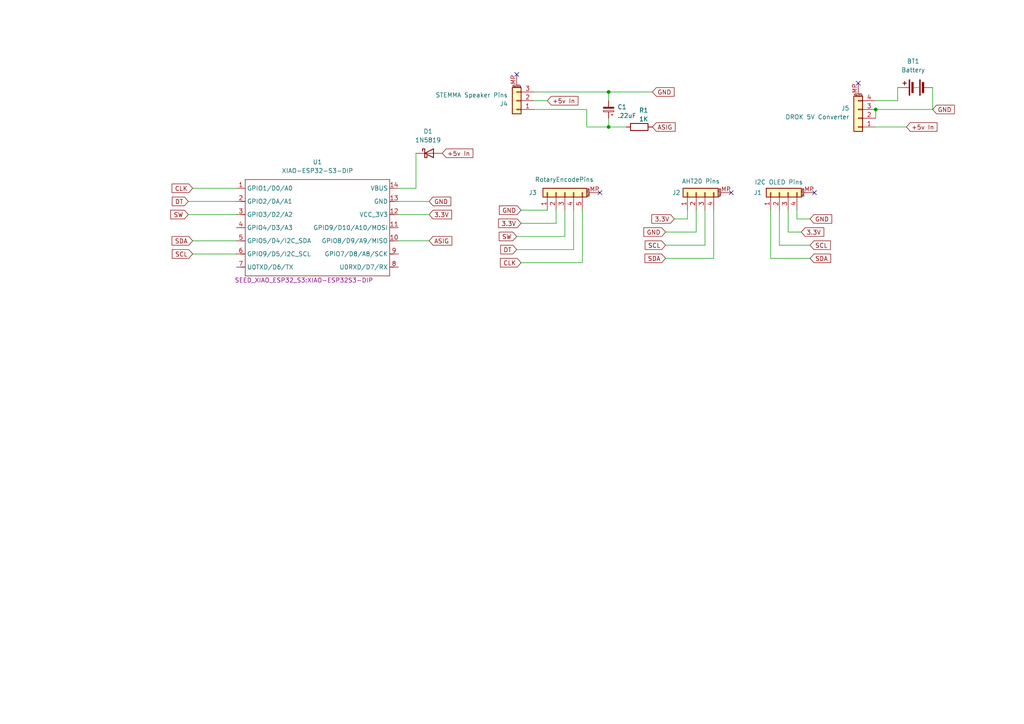
<source format=kicad_sch>
(kicad_sch (version 20231120) (generator "eeschema") (generator_version "8.0")
  (paper "A4")
  (lib_symbols
    (symbol "Connector_Generic_MountingPin:Conn_01x03_MountingPin" (pin_names (offset 1.016) hide)
      (property "Reference" "J" (at 0 5.08 0))
      (property "Value" "Conn_01x03_MountingPin" (at 1.27 -5.08 0))
      (symbol "Conn_01x03_MountingPin_1_1"
        (rectangle (start -1.27 -2.413) (end 0 -2.667) (stroke (width 0.1524)))
        (rectangle (start -1.27 0.127) (end 0 -0.127) (stroke (width 0.1524)))
        (rectangle (start -1.27 2.667) (end 0 2.413) (stroke (width 0.1524)))
        (rectangle (start -1.27 3.81) (end 1.27 -3.81) (stroke (width 0.254)) (fill (type background)))
        (polyline (pts (xy -1.016 -4.572) (xy 1.016 -4.572)) (stroke (width 0.1524)))
        (text "Mounting" (at 0 -4.191 0) (effects (font (size 0.381 0.381))))
        (pin passive line (at -5.08 2.54 0) (length 3.81) (name "Pin_1") (number "1"))
        (pin passive line (at -5.08 0 0) (length 3.81) (name "Pin_2") (number "2"))
        (pin passive line (at -5.08 -2.54 0) (length 3.81) (name "Pin_3") (number "3"))
        (pin passive line (at 0 -7.62 90) (length 3.048) (name "MountPin") (number "MP"))
      )
    )
    (symbol "Connector_Generic_MountingPin:Conn_01x04_MountingPin" (pin_names (offset 1.016) hide)
      (property "Reference" "J" (at 0 5.08 0))
      (property "Value" "Conn_01x04_MountingPin" (at 1.27 -7.62 0))
      (symbol "Conn_01x04_MountingPin_1_1"
        (rectangle (start -1.27 -4.953) (end 0 -5.207) (stroke (width 0.1524)))
        (rectangle (start -1.27 -2.413) (end 0 -2.667) (stroke (width 0.1524)))
        (rectangle (start -1.27 0.127) (end 0 -0.127) (stroke (width 0.1524)))
        (rectangle (start -1.27 2.667) (end 0 2.413) (stroke (width 0.1524)))
        (rectangle (start -1.27 3.81) (end 1.27 -6.35) (stroke (width 0.254)) (fill (type background)))
        (polyline (pts (xy -1.016 -7.112) (xy 1.016 -7.112)) (stroke (width 0.1524)))
        (text "Mounting" (at 0 -6.731 0) (effects (font (size 0.381 0.381))))
        (pin passive line (at -5.08 2.54 0) (length 3.81) (name "Pin_1") (number "1"))
        (pin passive line (at -5.08 0 0) (length 3.81) (name "Pin_2") (number "2"))
        (pin passive line (at -5.08 -2.54 0) (length 3.81) (name "Pin_3") (number "3"))
        (pin passive line (at -5.08 -5.08 0) (length 3.81) (name "Pin_4") (number "4"))
        (pin passive line (at 0 -10.16 90) (length 3.048) (name "MountPin") (number "MP"))
      )
    )
    (symbol "Connector_Generic_MountingPin:Conn_01x05_MountingPin" (pin_names (offset 1.016) hide)
      (property "Reference" "J" (at 0 7.62 0))
      (property "Value" "Conn_01x05_MountingPin" (at 1.27 -7.62 0))
      (symbol "Conn_01x05_MountingPin_1_1"
        (rectangle (start -1.27 -4.953) (end 0 -5.207) (stroke (width 0.1524)))
        (rectangle (start -1.27 -2.413) (end 0 -2.667) (stroke (width 0.1524)))
        (rectangle (start -1.27 0.127) (end 0 -0.127) (stroke (width 0.1524)))
        (rectangle (start -1.27 2.667) (end 0 2.413) (stroke (width 0.1524)))
        (rectangle (start -1.27 5.207) (end 0 4.953) (stroke (width 0.1524)))
        (rectangle (start -1.27 6.35) (end 1.27 -6.35) (stroke (width 0.254)) (fill (type background)))
        (polyline (pts (xy -1.016 -7.112) (xy 1.016 -7.112)) (stroke (width 0.1524)))
        (text "Mounting" (at 0 -6.731 0) (effects (font (size 0.381 0.381))))
        (pin passive line (at -5.08 5.08 0) (length 3.81) (name "Pin_1") (number "1"))
        (pin passive line (at -5.08 2.54 0) (length 3.81) (name "Pin_2") (number "2"))
        (pin passive line (at -5.08 0 0) (length 3.81) (name "Pin_3") (number "3"))
        (pin passive line (at -5.08 -2.54 0) (length 3.81) (name "Pin_4") (number "4"))
        (pin passive line (at -5.08 -5.08 0) (length 3.81) (name "Pin_5") (number "5"))
        (pin passive line (at 0 -10.16 90) (length 3.048) (name "MountPin") (number "MP"))
      )
    )
    (symbol "Device:Battery" (pin_numbers hide) (pin_names (offset 0) hide)
      (property "Reference" "BT" (at 2.54 2.54 0))
      (property "Value" "Battery" (at 2.54 0 0))
      (symbol "Battery_0_1"
        (rectangle (start -2.286 -1.27) (end 2.286 -1.524) (fill (type outline)))
        (rectangle (start -2.286 1.778) (end 2.286 1.524) (fill (type outline)))
        (rectangle (start -1.524 -2.032) (end 1.524 -2.54) (fill (type outline)))
        (rectangle (start -1.524 1.016) (end 1.524 0.508) (fill (type outline)))
        (polyline (pts (xy 0 -1.016) (xy 0 -0.762)))
        (polyline (pts (xy 0 -0.508) (xy 0 -0.254)))
        (polyline (pts (xy 0 0) (xy 0 0.254)))
        (polyline (pts (xy 0 1.778) (xy 0 2.54)))
        (polyline (pts (xy 0.762 3.048) (xy 1.778 3.048)) (stroke (width 0.254)))
        (polyline (pts (xy 1.27 3.556) (xy 1.27 2.54)) (stroke (width 0.254)))
      )
      (symbol "Battery_1_1"
        (pin passive line (at 0 5.08 270) (length 2.54) (name "+") (number "1"))
        (pin passive line (at 0 -5.08 90) (length 2.54) (name "-") (number "2"))
      )
    )
    (symbol "Device:C_Polarized_Small" (pin_numbers hide) (pin_names (offset 0.254) hide)
      (property "Reference" "C" (at 0.254 1.778 0))
      (property "Value" "C_Polarized_Small" (at 0.254 -2.032 0))
      (symbol "C_Polarized_Small_0_1"
        (rectangle (start -1.524 -0.3048) (end 1.524 -0.6858) (fill (type outline)))
        (rectangle (start -1.524 0.6858) (end 1.524 0.3048))
        (polyline (pts (xy -1.27 1.524) (xy -0.762 1.524)))
        (polyline (pts (xy -1.016 1.27) (xy -1.016 1.778)))
      )
      (symbol "C_Polarized_Small_1_1"
        (pin passive line (at 0 2.54 270) (length 1.8542) (name "~") (number "1"))
        (pin passive line (at 0 -2.54 90) (length 1.8542) (name "~") (number "2"))
      )
    )
    (symbol "Device:R" (pin_numbers hide) (pin_names (offset 0))
      (property "Reference" "R" (at 2.032 0 90))
      (property "Value" "R" (at 0 0 90))
      (symbol "R_0_1"
        (rectangle (start -1.016 -2.54) (end 1.016 2.54) (stroke (width 0.254)))
      )
      (symbol "R_1_1"
        (pin passive line (at 0 3.81 270) (length 1.27) (name "~") (number "1"))
        (pin passive line (at 0 -3.81 90) (length 1.27) (name "~") (number "2"))
      )
    )
    (symbol "Diode:1N5819" (pin_numbers hide) (pin_names (offset 1.016) hide)
      (property "Reference" "D" (at 0 2.54 0))
      (property "Value" "1N5819" (at 0 -2.54 0))
      (symbol "1N5819_0_1"
        (polyline (pts (xy 1.27 0) (xy -1.27 0)))
        (polyline (pts (xy 1.27 1.27) (xy 1.27 -1.27) (xy -1.27 0) (xy 1.27 1.27)) (stroke (width 0.254)))
        (polyline (pts (xy -1.905 0.635) (xy -1.905 1.27) (xy -1.27 1.27) (xy -1.27 -1.27) (xy -0.635 -1.27) (xy -0.635 -0.635)) (stroke (width 0.254)))
      )
      (symbol "1N5819_1_1"
        (pin passive line (at -3.81 0 0) (length 2.54) (name "K") (number "1"))
        (pin passive line (at 3.81 0 180) (length 2.54) (name "A") (number "2"))
      )
    )
    (symbol "Seeed_Studio_XIAO_Series:XIAO-ESP32-S3-DIP"
      (property "Reference" "U" (at 1.27 0.508 0))
      (property "Value" "XIAO-ESP32-S3-DIP" (at 9.652 -1.778 0))
      (symbol "XIAO-ESP32-S3-DIP_1_0"
        (polyline (pts (xy 0 -30.48) (xy 0 -16.51)) (stroke (width 0.1524)))
        (polyline (pts (xy 0 -27.94) (xy -1.27 -27.94)) (stroke (width 0.1524)))
        (polyline (pts (xy 0 -24.13) (xy -1.27 -24.13)) (stroke (width 0.1524)))
        (polyline (pts (xy 0 -20.32) (xy -1.27 -20.32)) (stroke (width 0.1524)))
        (polyline (pts (xy 0 -16.51) (xy -1.27 -16.51)) (stroke (width 0.1524)))
        (polyline (pts (xy 0 -16.51) (xy 0 -12.7)) (stroke (width 0.1524)))
        (polyline (pts (xy 0 -12.7) (xy -1.27 -12.7)) (stroke (width 0.1524)))
        (polyline (pts (xy 0 -12.7) (xy 0 -8.89)) (stroke (width 0.1524)))
        (polyline (pts (xy 0 -8.89) (xy -1.27 -8.89)) (stroke (width 0.1524)))
        (polyline (pts (xy 0 -8.89) (xy 0 -5.08)) (stroke (width 0.1524)))
        (polyline (pts (xy 0 -5.08) (xy -1.27 -5.08)) (stroke (width 0.1524)))
        (polyline (pts (xy 0 -5.08) (xy 0 -2.54)) (stroke (width 0.1524)))
        (polyline (pts (xy 0 -2.54) (xy 41.91 -2.54)) (stroke (width 0.1524)))
        (polyline (pts (xy 41.91 -30.48) (xy 0 -30.48)) (stroke (width 0.1524)))
        (polyline (pts (xy 41.91 -12.7) (xy 41.91 -30.48)) (stroke (width 0.1524)))
        (polyline (pts (xy 41.91 -8.89) (xy 41.91 -12.7)) (stroke (width 0.1524)))
        (polyline (pts (xy 41.91 -5.08) (xy 41.91 -8.89)) (stroke (width 0.1524)))
        (polyline (pts (xy 41.91 -2.54) (xy 41.91 -5.08)) (stroke (width 0.1524)))
        (polyline (pts (xy 43.18 -27.94) (xy 41.91 -27.94)) (stroke (width 0.1524)))
        (polyline (pts (xy 43.18 -24.13) (xy 41.91 -24.13)) (stroke (width 0.1524)))
        (polyline (pts (xy 43.18 -20.32) (xy 41.91 -20.32)) (stroke (width 0.1524)))
        (polyline (pts (xy 43.18 -16.51) (xy 41.91 -16.51)) (stroke (width 0.1524)))
        (polyline (pts (xy 43.18 -12.7) (xy 41.91 -12.7)) (stroke (width 0.1524)))
        (polyline (pts (xy 43.18 -8.89) (xy 41.91 -8.89)) (stroke (width 0.1524)))
        (polyline (pts (xy 43.18 -5.08) (xy 41.91 -5.08)) (stroke (width 0.1524)))
        (pin passive line (at -2.54 -5.08 0) (length 2.54) (name "GPIO1/D0/A0") (number "1"))
        (pin passive line (at 44.45 -20.32 180) (length 2.54) (name "GPIO8/D9/A9/MISO") (number "10"))
        (pin passive line (at 44.45 -16.51 180) (length 2.54) (name "GPIO9/D10/A10/MOSI") (number "11"))
        (pin passive line (at 44.45 -12.7 180) (length 2.54) (name "VCC_3V3") (number "12"))
        (pin passive line (at 44.45 -8.89 180) (length 2.54) (name "GND") (number "13"))
        (pin passive line (at 44.45 -5.08 180) (length 2.54) (name "VBUS") (number "14"))
        (pin passive line (at -2.54 -8.89 0) (length 2.54) (name "GPIO2/DA/A1") (number "2"))
        (pin passive line (at -2.54 -12.7 0) (length 2.54) (name "GPIO3/D2/A2") (number "3"))
        (pin passive line (at -2.54 -16.51 0) (length 2.54) (name "GPIO4/D3/A3") (number "4"))
        (pin passive line (at -2.54 -20.32 0) (length 2.54) (name "GPIO5/D4/I2C_SDA") (number "5"))
        (pin passive line (at -2.54 -24.13 0) (length 2.54) (name "GPIO9/D5/I2C_SCL") (number "6"))
        (pin passive line (at -2.54 -27.94 0) (length 2.54) (name "U0TXD/D6/TX") (number "7"))
        (pin passive line (at 44.45 -27.94 180) (length 2.54) (name "U0RXD/D7/RX") (number "8"))
        (pin passive line (at 44.45 -24.13 180) (length 2.54) (name "GPIO7/D8/A8/SCK") (number "9"))
      )
    )
  )
  (junction (at 176.53 26.67))
  (junction (at 176.53 36.83))
  (junction (at 254 31.75))
  (no_connect (at 149.86 21.59))
  (no_connect (at 173.99 55.88))
  (no_connect (at 212.09 55.88))
  (no_connect (at 248.92 24.13))
  (no_connect (at 236.22 55.88))
  (wire (pts (xy 189.23 26.67) (xy 176.53 26.67)))
  (wire (pts (xy 115.57 54.61) (xy 120.65 54.61)))
  (wire (pts (xy 228.6 67.31) (xy 232.41 67.31)))
  (wire (pts (xy 223.52 60.96) (xy 223.52 74.93)))
  (wire (pts (xy 124.46 62.23) (xy 115.57 62.23)))
  (wire (pts (xy 115.57 69.85) (xy 124.46 69.85)))
  (wire (pts (xy 166.37 60.96) (xy 166.37 72.39)))
  (wire (pts (xy 207.01 60.96) (xy 207.01 74.93)))
  (wire (pts (xy 55.88 73.66) (xy 68.58 73.66)))
  (wire (pts (xy 176.53 34.29) (xy 176.53 36.83)))
  (wire (pts (xy 226.06 71.12) (xy 234.95 71.12)))
  (wire (pts (xy 199.39 63.5) (xy 195.58 63.5)))
  (wire (pts (xy 254 31.75) (xy 254 34.29)))
  (wire (pts (xy 228.6 60.96) (xy 228.6 67.31)))
  (wire (pts (xy 223.52 74.93) (xy 234.95 74.93)))
  (wire (pts (xy 201.93 60.96) (xy 201.93 67.31)))
  (wire (pts (xy 254 36.83) (xy 262.89 36.83)))
  (wire (pts (xy 151.13 64.77) (xy 161.29 64.77)))
  (wire (pts (xy 161.29 64.77) (xy 161.29 60.96)))
  (wire (pts (xy 270.51 31.75) (xy 270.51 25.4)))
  (wire (pts (xy 170.18 31.75) (xy 170.18 36.83)))
  (wire (pts (xy 120.65 44.45) (xy 120.65 54.61)))
  (wire (pts (xy 163.83 60.96) (xy 163.83 68.58)))
  (wire (pts (xy 124.46 58.42) (xy 115.57 58.42)))
  (wire (pts (xy 170.18 36.83) (xy 176.53 36.83)))
  (wire (pts (xy 154.94 31.75) (xy 170.18 31.75)))
  (wire (pts (xy 55.88 54.61) (xy 68.58 54.61)))
  (wire (pts (xy 199.39 60.96) (xy 199.39 63.5)))
  (wire (pts (xy 176.53 26.67) (xy 176.53 29.21)))
  (wire (pts (xy 55.88 69.85) (xy 68.58 69.85)))
  (wire (pts (xy 176.53 36.83) (xy 181.61 36.83)))
  (wire (pts (xy 54.61 62.23) (xy 68.58 62.23)))
  (wire (pts (xy 226.06 60.96) (xy 226.06 71.12)))
  (wire (pts (xy 231.14 60.96) (xy 231.14 63.5)))
  (wire (pts (xy 166.37 72.39) (xy 149.86 72.39)))
  (wire (pts (xy 54.61 58.42) (xy 68.58 58.42)))
  (wire (pts (xy 168.91 60.96) (xy 168.91 76.2)))
  (wire (pts (xy 204.47 60.96) (xy 204.47 71.12)))
  (wire (pts (xy 176.53 26.67) (xy 154.94 26.67)))
  (wire (pts (xy 254 31.75) (xy 270.51 31.75)))
  (wire (pts (xy 163.83 68.58) (xy 149.86 68.58)))
  (wire (pts (xy 201.93 67.31) (xy 193.04 67.31)))
  (wire (pts (xy 254 29.21) (xy 260.35 29.21)))
  (wire (pts (xy 231.14 63.5) (xy 234.95 63.5)))
  (wire (pts (xy 168.91 76.2) (xy 151.13 76.2)))
  (wire (pts (xy 204.47 71.12) (xy 193.04 71.12)))
  (wire (pts (xy 260.35 29.21) (xy 260.35 25.4)))
  (wire (pts (xy 151.13 60.96) (xy 158.75 60.96)))
  (wire (pts (xy 207.01 74.93) (xy 193.04 74.93)))
  (wire (pts (xy 154.94 29.21) (xy 158.75 29.21)))
  (global_label "CLK" (shape input) (at 151.13 76.2 180) (property "Intersheetrefs" "${INTERSHEET_REFS}" (effects (hide yes))))
  (global_label "3.3V" (shape input) (at 232.41 67.31 0) (property "Intersheetrefs" "${INTERSHEET_REFS}" (effects (hide yes))))
  (global_label "ASIG" (shape input) (at 189.23 36.83 0) (property "Intersheetrefs" "${INTERSHEET_REFS}" (effects (hide yes))))
  (global_label "CLK" (shape input) (at 55.88 54.61 180) (property "Intersheetrefs" "${INTERSHEET_REFS}" (effects (hide yes))))
  (global_label "SW" (shape input) (at 54.61 62.23 180) (property "Intersheetrefs" "${INTERSHEET_REFS}" (effects (hide yes))))
  (global_label "3.3V" (shape input) (at 195.58 63.5 180) (property "Intersheetrefs" "${INTERSHEET_REFS}" (effects (hide yes))))
  (global_label "GND" (shape input) (at 193.04 67.31 180) (property "Intersheetrefs" "${INTERSHEET_REFS}" (effects (hide yes))))
  (global_label "ASIG" (shape input) (at 124.46 69.85 0) (property "Intersheetrefs" "${INTERSHEET_REFS}" (effects (hide yes))))
  (global_label "GND" (shape input) (at 189.23 26.67 0) (property "Intersheetrefs" "${INTERSHEET_REFS}" (effects (hide yes))))
  (global_label "SCL" (shape input) (at 234.95 71.12 0) (property "Intersheetrefs" "${INTERSHEET_REFS}" (effects (hide yes))))
  (global_label "SDA" (shape input) (at 234.95 74.93 0) (property "Intersheetrefs" "${INTERSHEET_REFS}" (effects (hide yes))))
  (global_label "SCL" (shape input) (at 193.04 71.12 180) (property "Intersheetrefs" "${INTERSHEET_REFS}" (effects (hide yes))))
  (global_label "GND" (shape input) (at 270.51 31.75 0) (property "Intersheetrefs" "${INTERSHEET_REFS}" (effects (hide yes))))
  (global_label "DT" (shape input) (at 54.61 58.42 180) (property "Intersheetrefs" "${INTERSHEET_REFS}" (effects (hide yes))))
  (global_label "SDA" (shape input) (at 193.04 74.93 180) (property "Intersheetrefs" "${INTERSHEET_REFS}" (effects (hide yes))))
  (global_label "SW" (shape input) (at 149.86 68.58 180) (property "Intersheetrefs" "${INTERSHEET_REFS}" (effects (hide yes))))
  (global_label "+5v In" (shape input) (at 128.27 44.45 0) (property "Intersheetrefs" "${INTERSHEET_REFS}" (effects (hide yes))))
  (global_label "GND" (shape input) (at 151.13 60.96 180) (property "Intersheetrefs" "${INTERSHEET_REFS}" (effects (hide yes))))
  (global_label "+5v In" (shape input) (at 158.75 29.21 0) (property "Intersheetrefs" "${INTERSHEET_REFS}" (effects (hide yes))))
  (global_label "SDA" (shape input) (at 55.88 69.85 180) (property "Intersheetrefs" "${INTERSHEET_REFS}" (effects (hide yes))))
  (global_label "3.3V" (shape input) (at 124.46 62.23 0) (property "Intersheetrefs" "${INTERSHEET_REFS}" (effects (hide yes))))
  (global_label "DT" (shape input) (at 149.86 72.39 180) (property "Intersheetrefs" "${INTERSHEET_REFS}" (effects (hide yes))))
  (global_label "3.3V" (shape input) (at 151.13 64.77 180) (property "Intersheetrefs" "${INTERSHEET_REFS}" (effects (hide yes))))
  (global_label "GND" (shape input) (at 124.46 58.42 0) (property "Intersheetrefs" "${INTERSHEET_REFS}" (effects (hide yes))))
  (global_label "SCL" (shape input) (at 55.88 73.66 180) (property "Intersheetrefs" "${INTERSHEET_REFS}" (effects (hide yes))))
  (global_label "GND" (shape input) (at 234.95 63.5 0) (property "Intersheetrefs" "${INTERSHEET_REFS}" (effects (hide yes))))
  (global_label "+5v In" (shape input) (at 262.89 36.83 0) (property "Intersheetrefs" "${INTERSHEET_REFS}" (effects (hide yes))))
  (symbol (lib_id "Device:Battery") (at 265.43 25.4 90) (unit 1)
    (property "Reference" "BT1" (at 264.8585 17.78 90))
    (property "Value" "Battery" (at 264.8585 20.32 90))
    (property "Footprint" "OpenAuralisTools-kicad:BAT_BC4AASF" (effects (hide yes)))
    (property "Description" "Multiple-cell battery" (effects (hide yes)))
  )
  (symbol (lib_id "Seeed_Studio_XIAO_Series:XIAO-ESP32-S3-DIP") (at 71.12 49.53 0) (unit 1)
    (property "Reference" "U1" (at 92.075 46.99 0))
    (property "Value" "XIAO-ESP32-S3-DIP" (at 92.075 49.53 0))
    (property "Footprint" "SEED_XIAO_ESP32_S3:XIAO-ESP32S3-DIP" (at 88.138 81.28 0))
  )
  (symbol (lib_id "Connector_Generic_MountingPin:Conn_01x04_MountingPin") (at 226.06 55.88 90) (unit 1)
    (property "Reference" "J1" (at 220.98 55.88 90) (effects (justify left)))
    (property "Value" "I2C OLED Pins" (at 232.918 52.832 90) (effects (justify left)))
    (property "Footprint" "Connector_PinHeader_1.00mm:PinHeader_1x04_P1.00mm_Vertical" (effects (hide yes)))
    (property "Description" "Generic connectable mounting pin connector, single row, 01x04, script generated (kicad-library-utils/schlib/autogen/connector/)" (effects (hide yes)))
  )
  (symbol (lib_id "Device:C_Polarized_Small") (at 176.53 31.75 180) (unit 1)
    (property "Reference" "C1" (at 179.07 31.026 0) (effects (justify right)))
    (property "Value" ".22uF" (at 179.07 33.566 0) (effects (justify right)))
    (property "Footprint" "Capacitor_THT:CP_Radial_D4.0mm_P2.00mm" (effects (hide yes)))
    (property "Description" "Polarized capacitor, small symbol" (effects (hide yes)))
  )
  (symbol (lib_id "Connector_Generic_MountingPin:Conn_01x04_MountingPin") (at 248.92 34.29 180) (unit 1)
    (property "Reference" "J5" (at 246.38 31.3943 0) (effects (justify left)))
    (property "Value" "DROK 5V Converter" (at 246.38 33.9343 0) (effects (justify left)))
    (property "Footprint" "Connector_PinHeader_1.00mm:PinHeader_1x04_P1.00mm_Vertical" (effects (hide yes)))
    (property "Description" "Generic connectable mounting pin connector, single row, 01x04, script generated (kicad-library-utils/schlib/autogen/connector/)" (effects (hide yes)))
  )
  (symbol (lib_id "Connector_Generic_MountingPin:Conn_01x03_MountingPin") (at 149.86 29.21 180) (unit 1)
    (property "Reference" "J4" (at 147.32 30.1245 0) (effects (justify left)))
    (property "Value" "STEMMA Speaker Pins" (at 147.32 27.5845 0) (effects (justify left)))
    (property "Footprint" "Connector_PinHeader_2.00mm:PinHeader_1x03_P2.00mm_Vertical" (effects (hide yes)))
    (property "Description" "Generic connectable mounting pin connector, single row, 01x03, script generated (kicad-library-utils/schlib/autogen/connector/)" (effects (hide yes)))
  )
  (symbol (lib_id "Diode:1N5819") (at 124.46 44.45 0) (unit 1)
    (property "Reference" "D1" (at 124.1425 38.1 0))
    (property "Value" "1N5819" (at 124.1425 40.64 0))
    (property "Footprint" "Diode_THT:D_DO-41_SOD81_P10.16mm_Horizontal" (effects (hide yes)))
    (property "Datasheet" "http://www.vishay.com/docs/88525/1n5817.pdf" (effects (hide yes)))
    (property "Description" "40V 1A Schottky Barrier Rectifier Diode, DO-41" (effects (hide yes)))
  )
  (symbol (lib_id "Connector_Generic_MountingPin:Conn_01x05_MountingPin") (at 163.83 55.88 90) (unit 1)
    (property "Reference" "J3" (at 155.702 55.88 90) (effects (justify left)))
    (property "Value" "RotaryEncodePins" (at 172.212 52.07 90) (effects (justify left)))
    (property "Footprint" "Connector_PinHeader_1.00mm:PinHeader_1x05_P1.00mm_Vertical" (effects (hide yes)))
    (property "Description" "Generic connectable mounting pin connector, single row, 01x05, script generated (kicad-library-utils/schlib/autogen/connector/)" (effects (hide yes)))
  )
  (symbol (lib_id "Device:R") (at 185.42 36.83 90) (unit 1)
    (property "Reference" "R1" (at 186.69 32.004 90))
    (property "Value" "1K" (at 186.69 34.544 90))
    (property "Footprint" "Resistor_THT:R_Axial_DIN0204_L3.6mm_D1.6mm_P5.08mm_Horizontal" (effects (hide yes)))
    (property "Description" "Resistor" (effects (hide yes)))
  )
  (symbol (lib_id "Connector_Generic_MountingPin:Conn_01x04_MountingPin") (at 201.93 55.88 90) (unit 1)
    (property "Reference" "J2" (at 197.358 55.88 90) (effects (justify left)))
    (property "Value" "AHT20 Pins" (at 208.788 52.578 90) (effects (justify left)))
    (property "Footprint" "Connector_PinHeader_1.00mm:PinHeader_1x04_P1.00mm_Vertical" (effects (hide yes)))
    (property "Description" "Generic connectable mounting pin connector, single row, 01x04, script generated (kicad-library-utils/schlib/autogen/connector/)" (effects (hide yes)))
  )
)
</source>
